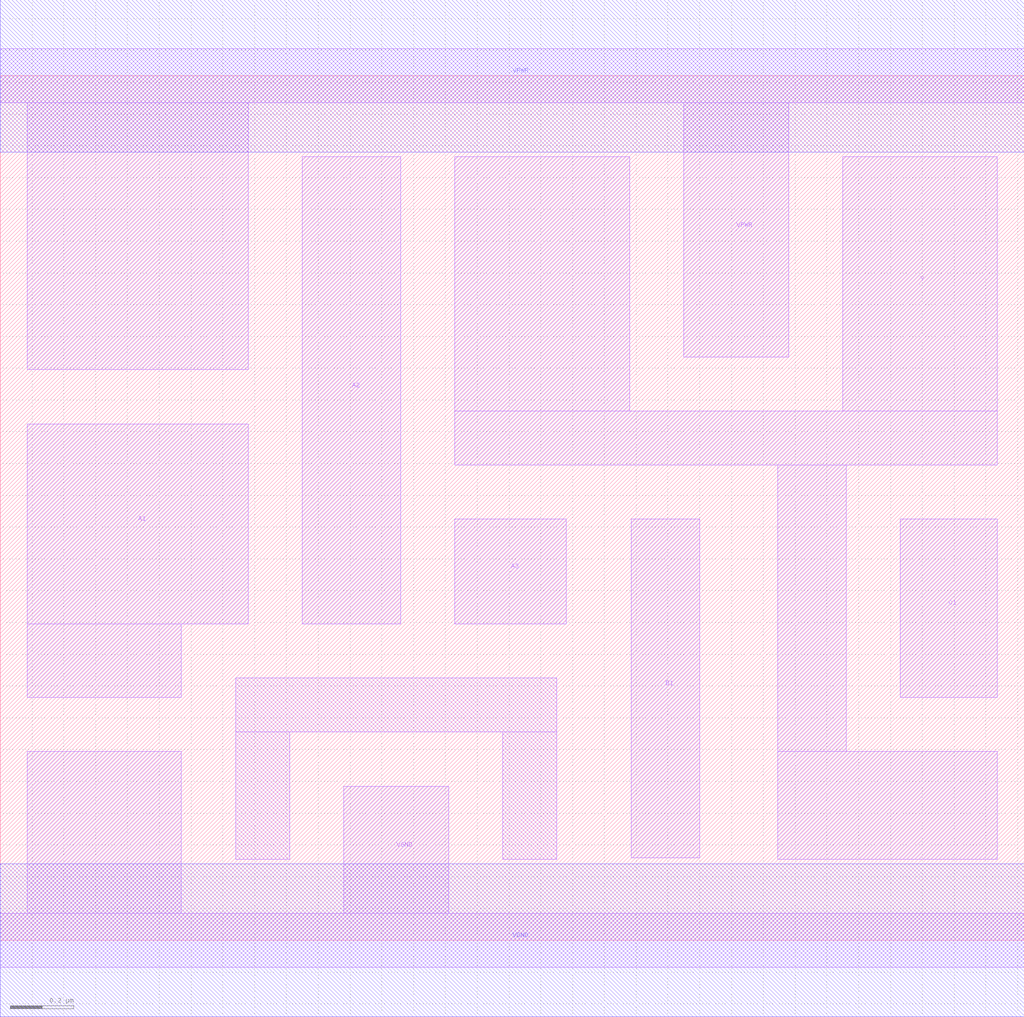
<source format=lef>
# Copyright 2020 The SkyWater PDK Authors
#
# Licensed under the Apache License, Version 2.0 (the "License");
# you may not use this file except in compliance with the License.
# You may obtain a copy of the License at
#
#     https://www.apache.org/licenses/LICENSE-2.0
#
# Unless required by applicable law or agreed to in writing, software
# distributed under the License is distributed on an "AS IS" BASIS,
# WITHOUT WARRANTIES OR CONDITIONS OF ANY KIND, either express or implied.
# See the License for the specific language governing permissions and
# limitations under the License.
#
# SPDX-License-Identifier: Apache-2.0

VERSION 5.5 ;
NAMESCASESENSITIVE ON ;
BUSBITCHARS "[]" ;
DIVIDERCHAR "/" ;
MACRO sky130_fd_sc_hd__o311ai_0
  CLASS CORE ;
  SOURCE USER ;
  ORIGIN  0.000000  0.000000 ;
  SIZE  3.220000 BY  2.720000 ;
  SYMMETRY X Y R90 ;
  SITE unithd ;
  PIN A1
    ANTENNAGATEAREA  0.159000 ;
    DIRECTION INPUT ;
    USE SIGNAL ;
    PORT
      LAYER li1 ;
        RECT 0.085000 0.765000 0.570000 0.995000 ;
        RECT 0.085000 0.995000 0.780000 1.625000 ;
    END
  END A1
  PIN A2
    ANTENNAGATEAREA  0.159000 ;
    DIRECTION INPUT ;
    USE SIGNAL ;
    PORT
      LAYER li1 ;
        RECT 0.950000 0.995000 1.260000 2.465000 ;
    END
  END A2
  PIN A3
    ANTENNAGATEAREA  0.159000 ;
    DIRECTION INPUT ;
    USE SIGNAL ;
    PORT
      LAYER li1 ;
        RECT 1.430000 0.995000 1.780000 1.325000 ;
    END
  END A3
  PIN B1
    ANTENNAGATEAREA  0.159000 ;
    DIRECTION INPUT ;
    USE SIGNAL ;
    PORT
      LAYER li1 ;
        RECT 1.985000 0.260000 2.200000 1.325000 ;
    END
  END B1
  PIN C1
    ANTENNAGATEAREA  0.159000 ;
    DIRECTION INPUT ;
    USE SIGNAL ;
    PORT
      LAYER li1 ;
        RECT 2.830000 0.765000 3.135000 1.325000 ;
    END
  END C1
  PIN Y
    ANTENNADIFFAREA  0.604000 ;
    DIRECTION OUTPUT ;
    USE SIGNAL ;
    PORT
      LAYER li1 ;
        RECT 1.430000 1.495000 3.135000 1.665000 ;
        RECT 1.430000 1.665000 1.980000 2.465000 ;
        RECT 2.445000 0.255000 3.135000 0.595000 ;
        RECT 2.445000 0.595000 2.660000 1.495000 ;
        RECT 2.650000 1.665000 3.135000 2.465000 ;
    END
  END Y
  PIN VGND
    DIRECTION INOUT ;
    SHAPE ABUTMENT ;
    USE GROUND ;
    PORT
      LAYER li1 ;
        RECT 0.000000 -0.085000 3.220000 0.085000 ;
        RECT 0.085000  0.085000 0.570000 0.595000 ;
        RECT 1.080000  0.085000 1.410000 0.485000 ;
    END
    PORT
      LAYER met1 ;
        RECT 0.000000 -0.240000 3.220000 0.240000 ;
    END
  END VGND
  PIN VNB
    DIRECTION INOUT ;
    USE GROUND ;
    PORT
    END
  END VNB
  PIN VPB
    DIRECTION INOUT ;
    USE POWER ;
    PORT
    END
  END VPB
  PIN VPWR
    DIRECTION INOUT ;
    SHAPE ABUTMENT ;
    USE POWER ;
    PORT
      LAYER li1 ;
        RECT 0.000000 2.635000 3.220000 2.805000 ;
        RECT 0.085000 1.795000 0.780000 2.635000 ;
        RECT 2.150000 1.835000 2.480000 2.635000 ;
    END
    PORT
      LAYER met1 ;
        RECT 0.000000 2.480000 3.220000 2.960000 ;
    END
  END VPWR
  OBS
    LAYER li1 ;
      RECT 0.740000 0.255000 0.910000 0.655000 ;
      RECT 0.740000 0.655000 1.750000 0.825000 ;
      RECT 1.580000 0.255000 1.750000 0.655000 ;
  END
END sky130_fd_sc_hd__o311ai_0
END LIBRARY

</source>
